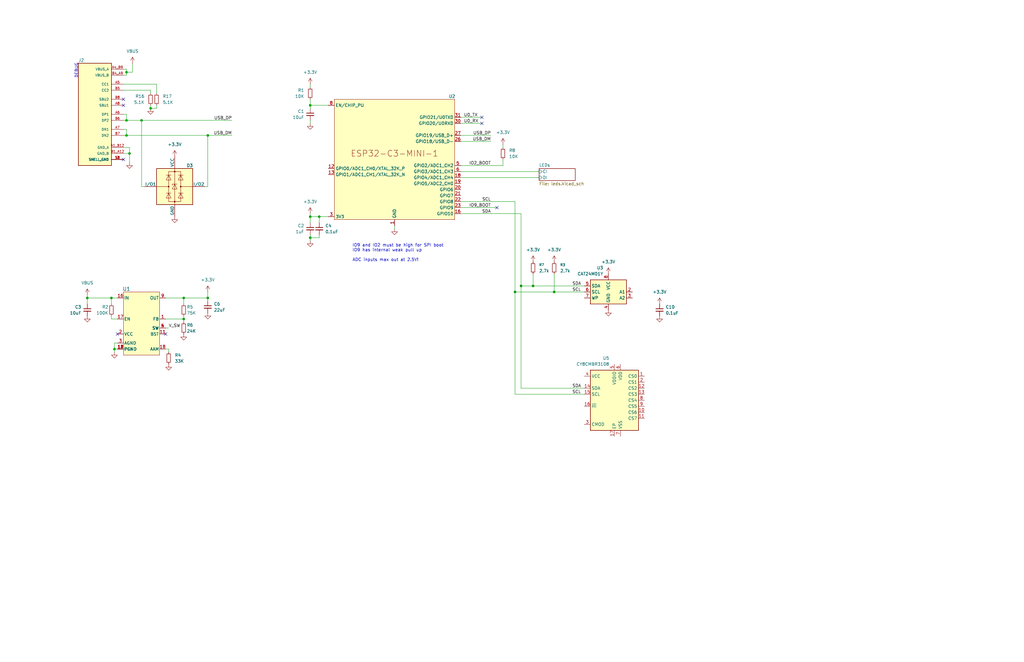
<source format=kicad_sch>
(kicad_sch (version 20250114) (generator "eeschema") (generator_version "9.0")
  (paper "B")
  (title_block (date "2025-12-14") (rev "1"))
  (lib_symbols
    (symbol "Device:C_Small" (pin_numbers (hide yes)) (pin_names (offset 0.254) (hide yes))
      (property "Reference" "C" (at 0.254 1.778 0))
      (property "Value" "C_Small" (at 0.254 -2.032 0))
      (symbol "C_Small_0_1"
        (polyline (pts (xy -1.524 0.508) (xy 1.524 0.508)) (stroke (width 0.3048)))
        (polyline (pts (xy -1.524 -0.508) (xy 1.524 -0.508)) (stroke (width 0.3302)))
      )
      (symbol "C_Small_1_1"
        (pin passive line (at 0 2.54 270) (length 2.032) (name "~") (number "1"))
        (pin passive line (at 0 -2.54 90) (length 2.032) (name "~") (number "2"))
      )
    )
    (symbol "Device:R_Small" (pin_numbers (hide yes)) (pin_names (offset 0.254) (hide yes))
      (property "Reference" "R" (at 0.762 0.508 0))
      (property "Value" "R_Small" (at 0.762 -1.016 0))
      (symbol "R_Small_0_1"
        (rectangle (start -0.762 1.778) (end 0.762 -1.778) (stroke (width 0.2032)))
      )
      (symbol "R_Small_1_1"
        (pin passive line (at 0 2.54 270) (length 0.762) (name "~") (number "1"))
        (pin passive line (at 0 -2.54 90) (length 0.762) (name "~") (number "2"))
      )
    )
    (symbol "MPM3606A:MPM3606AGQV-P" (pin_names (offset 0.254))
      (property "Reference" "U9" (at 8.89 3.81 0))
      (symbol "MPM3606AGQV-P_0_1"
        (pin power_in line (at 5.08 0 0) (length 2.54) (name "IN") (number "16"))
        (pin unspecified line (at 5.08 -8.89 0) (length 2.54) (name "EN") (number "17"))
        (pin power_in line (at 5.08 -15.24 0) (length 2.54) (name "VCC") (number "2"))
        (pin input line (at 25.4 -8.89 180) (length 2.54) (name "FB") (number "1"))
        (pin output line (at 25.4 -12.7 180) (length 2.54) (name "SW") (number "4"))
        (pin output line (at 25.4 -12.7 180) (length 2.54) (name "SW") (number "5"))
        (pin output line (at 25.4 -12.7 180) (length 2.54) (name "SW") (number "6"))
        (pin unspecified line (at 25.4 -15.24 180) (length 2.54) (name "BST") (number "11"))
      )
      (symbol "MPM3606AGQV-P_1_1"
        (rectangle (start 7.62 2.54) (end 22.86 -24.13) (fill (type background)))
        (pin power_in line (at 5.08 -19.05 0) (length 2.54) (name "AGND") (number "3"))
        (pin power_in line (at 5.08 -21.59 0) (length 2.54) (name "PGND") (number "12"))
        (pin power_in line (at 5.08 -21.59 0) (length 2.54) (name "PGND") (number "13"))
        (pin power_in line (at 5.08 -21.59 0) (length 2.54) (name "PGND") (number "14"))
        (pin no_connect line (at 17.78 -2.54 180) (length 2.54) (hide yes) (name "NC") (number "20"))
        (pin no_connect line (at 17.78 -5.08 180) (length 2.54) (hide yes) (name "NC") (number "19"))
        (pin no_connect line (at 17.78 -7.62 180) (length 2.54) (hide yes) (name "NC") (number "10"))
        (pin no_connect line (at 17.78 -10.16 180) (length 2.54) (hide yes) (name "NC") (number "15"))
        (pin passive line (at 25.4 0 180) (length 2.54) (hide yes) (name "OUT") (number "7"))
        (pin passive line (at 25.4 0 180) (length 2.54) (hide yes) (name "OUT") (number "8"))
        (pin power_out line (at 25.4 0 180) (length 2.54) (name "OUT") (number "9"))
        (pin output line (at 25.4 -21.59 180) (length 2.54) (name "AAM") (number "18"))
      )
    )
    (symbol "Memory_EEPROM:CAT24M01Y"
      (property "Reference" "U" (at 2.54 8.89 0))
      (property "Value" "CAT24M01Y" (at 6.35 6.35 0))
      (symbol "CAT24M01Y_1_1"
        (rectangle (start -7.62 5.08) (end 7.62 -5.08) (stroke (width 0.254)) (fill (type background)))
        (pin input line (at -10.16 0 0) (length 2.54) (name "A1") (number "2"))
        (pin input line (at -10.16 -2.54 0) (length 2.54) (name "A2") (number "3"))
        (pin no_connect line (at -7.62 2.54 0) (length 2.54) (hide yes) (name "NC") (number "1"))
        (pin power_in line (at 0 7.62 270) (length 2.54) (name "VCC") (number "8"))
        (pin power_in line (at 0 -7.62 90) (length 2.54) (name "GND") (number "4"))
        (pin bidirectional line (at 10.16 2.54 180) (length 2.54) (name "SDA") (number "5"))
        (pin input line (at 10.16 0 180) (length 2.54) (name "SCL") (number "6"))
        (pin input line (at 10.16 -2.54 180) (length 2.54) (name "WP") (number "7"))
      )
    )
    (symbol "PCM_Espressif:ESP32-C3-MINI-1"
      (property "Reference" "U2" (at 22.86 26.67 0))
      (symbol "ESP32-C3-MINI-1_0_0"
        (text "ESP32-C3-MINI-1" (at 0 2.54 0) (effects (font (size 2.54 2.54))))
      )
      (symbol "ESP32-C3-MINI-1_0_1"
        (rectangle (start -25.4 25.4) (end 25.4 -25.4) (fill (type background)))
      )
      (symbol "ESP32-C3-MINI-1_1_1"
        (pin input line (at -27.94 22.86 0) (length 2.54) (name "EN/CHIP_PU") (number "8"))
        (pin no_connect line (at -27.94 20.32 0) (length 2.54) (hide yes) (name "NC") (number "9"))
        (pin no_connect line (at -27.94 17.78 0) (length 2.54) (hide yes) (name "NC") (number "10"))
        (pin no_connect line (at -27.94 15.24 0) (length 2.54) (hide yes) (name "NC") (number "15"))
        (pin no_connect line (at -27.94 12.7 0) (length 2.54) (hide yes) (name "NC") (number "24"))
        (pin no_connect line (at -27.94 10.16 0) (length 2.54) (hide yes) (name "NC") (number "25"))
        (pin bidirectional line (at -27.94 -3.81 0) (length 2.54) (name "GPIO0/ADC1_CH0/XTAL_32K_P") (number "12"))
        (pin bidirectional line (at -27.94 -6.35 0) (length 2.54) (name "GPIO1/ADC1_CH1/XTAL_32K_N") (number "13"))
        (pin power_in line (at -27.94 -24.13 0) (length 2.54) (name "3V3") (number "3"))
        (pin no_connect line (at -25.4 -10.16 0) (length 2.54) (hide yes) (name "NC") (number "28"))
        (pin no_connect line (at -25.4 -12.7 0) (length 2.54) (hide yes) (name "NC") (number "29"))
        (pin no_connect line (at -25.4 -15.24 0) (length 2.54) (hide yes) (name "NC") (number "32"))
        (pin no_connect line (at -25.4 -17.78 0) (length 2.54) (hide yes) (name "NC") (number "33"))
        (pin no_connect line (at -25.4 -20.32 0) (length 2.54) (hide yes) (name "NC") (number "34"))
        (pin no_connect line (at -25.4 -22.86 0) (length 2.54) (hide yes) (name "NC") (number "35"))
        (pin no_connect line (at -13.97 -24.13 90) (length 2.54) (hide yes) (name "NC") (number "4"))
        (pin no_connect line (at -10.16 -24.13 90) (length 2.54) (hide yes) (name "NC") (number "7"))
        (pin no_connect line (at -5.08 -24.13 90) (length 2.54) (hide yes) (name "NC") (number "17"))
        (pin power_in line (at 0 -27.94 90) (length 2.54) (name "GND") (number "1"))
        (pin passive line (at 0 -27.94 90) (length 2.54) (hide yes) (name "GND") (number "11"))
        (pin passive line (at 0 -27.94 90) (length 2.54) (hide yes) (name "GND") (number "14"))
        (pin passive line (at 0 -27.94 90) (length 2.54) (hide yes) (name "GND") (number "2"))
        (pin passive line (at 0 -27.94 90) (length 2.54) (hide yes) (name "GND") (number "36"))
        (pin passive line (at 0 -27.94 90) (length 2.54) (hide yes) (name "GND") (number "37"))
        (pin passive line (at 0 -27.94 90) (length 2.54) (hide yes) (name "GND") (number "38"))
        (pin passive line (at 0 -27.94 90) (length 2.54) (hide yes) (name "GND") (number "39"))
        (pin passive line (at 0 -27.94 90) (length 2.54) (hide yes) (name "GND") (number "40"))
        (pin passive line (at 0 -27.94 90) (length 2.54) (hide yes) (name "GND") (number "41"))
        (pin passive line (at 0 -27.94 90) (length 2.54) (hide yes) (name "GND") (number "42"))
        (pin passive line (at 0 -27.94 90) (length 2.54) (hide yes) (name "GND") (number "43"))
        (pin passive line (at 0 -27.94 90) (length 2.54) (hide yes) (name "GND") (number "44"))
        (pin passive line (at 0 -27.94 90) (length 2.54) (hide yes) (name "GND") (number "45"))
        (pin passive line (at 0 -27.94 90) (length 2.54) (hide yes) (name "GND") (number "46"))
        (pin passive line (at 0 -27.94 90) (length 2.54) (hide yes) (name "GND") (number "47"))
        (pin passive line (at 0 -27.94 90) (length 2.54) (hide yes) (name "GND") (number "48"))
        (pin passive line (at 0 -27.94 90) (length 2.54) (hide yes) (name "GND") (number "49"))
        (pin passive line (at 0 -27.94 90) (length 2.54) (hide yes) (name "GND") (number "50"))
        (pin passive line (at 0 -27.94 90) (length 2.54) (hide yes) (name "GND") (number "51"))
        (pin passive line (at 0 -27.94 90) (length 2.54) (hide yes) (name "GND") (number "52"))
        (pin passive line (at 0 -27.94 90) (length 2.54) (hide yes) (name "GND") (number "53"))
        (pin bidirectional line (at 27.94 17.78 180) (length 2.54) (name "GPIO21/U0TXD") (number "31"))
        (pin bidirectional line (at 27.94 15.24 180) (length 2.54) (name "GPIO20/U0RXD") (number "30"))
        (pin bidirectional line (at 27.94 10.16 180) (length 2.54) (name "GPIO19/USB_D+") (number "27"))
        (pin bidirectional line (at 27.94 7.62 180) (length 2.54) (name "GPIO18/USB_D-") (number "26"))
        (pin bidirectional line (at 27.94 -2.54 180) (length 2.54) (name "GPIO2/ADC1_CH2") (number "5"))
        (pin bidirectional line (at 27.94 -5.08 180) (length 2.54) (name "GPIO3/ADC1_CH3") (number "6"))
        (pin bidirectional line (at 27.94 -7.62 180) (length 2.54) (name "GPIO4/ADC1_CH4") (number "18"))
        (pin bidirectional line (at 27.94 -10.16 180) (length 2.54) (name "GPIO5/ADC2_CH0") (number "19"))
        (pin bidirectional line (at 27.94 -12.7 180) (length 2.54) (name "GPIO6") (number "20"))
        (pin bidirectional line (at 27.94 -15.24 180) (length 2.54) (name "GPIO7") (number "21"))
        (pin bidirectional line (at 27.94 -17.78 180) (length 2.54) (name "GPIO8") (number "22"))
        (pin bidirectional line (at 27.94 -20.32 180) (length 2.54) (name "GPIO9") (number "23"))
        (pin bidirectional line (at 27.94 -22.86 180) (length 2.54) (name "GPIO10") (number "16"))
      )
    )
    (symbol "Power_Protection:PRTR5V0U2X" (pin_numbers (hide yes)) (pin_names (offset 0))
      (property "Reference" "D" (at 2.794 8.636 0))
      (property "Value" "PRTR5V0U2X" (at 8.128 -9.398 0))
      (symbol "PRTR5V0U2X_0_1"
        (rectangle (start -7.62 -7.62) (end 7.62 7.62) (stroke (width 0.254)) (fill (type background)))
        (polyline (pts (xy -3.556 2.794) (xy -1.524 2.794) (xy -2.54 4.826) (xy -3.556 2.794)))
        (polyline (pts (xy -3.556 -4.826) (xy -1.524 -4.826) (xy -2.54 -2.794) (xy -3.556 -4.826)))
        (rectangle (start -2.54 6.35) (end 2.54 -6.35))
        (circle (center -2.54 0) (radius 0.254) (fill (type outline)))
        (polyline (pts (xy -2.54 0) (xy -7.62 0)))
        (polyline (pts (xy -1.524 4.826) (xy -3.556 4.826)))
        (polyline (pts (xy -1.524 -2.794) (xy -3.556 -2.794)))
        (polyline (pts (xy -1.016 -1.016) (xy 1.016 -1.016) (xy 0 1.016) (xy -1.016 -1.016)))
        (circle (center 0 6.35) (radius 0.254) (fill (type outline)))
        (circle (center 0 -6.35) (radius 0.254) (fill (type outline)))
        (polyline (pts (xy 0 -7.62) (xy 0 7.62)))
        (polyline (pts (xy 1.016 1.016) (xy -1.016 1.016) (xy -1.016 0.508)))
        (polyline (pts (xy 1.524 4.826) (xy 3.556 4.826)))
        (polyline (pts (xy 1.524 -2.794) (xy 3.556 -2.794)))
        (polyline (pts (xy 2.54 0) (xy 7.62 0)))
        (circle (center 2.54 0) (radius 0.254) (fill (type outline)))
        (polyline (pts (xy 3.556 2.794) (xy 1.524 2.794) (xy 2.54 4.826) (xy 3.556 2.794)))
        (polyline (pts (xy 3.556 -4.826) (xy 1.524 -4.826) (xy 2.54 -2.794) (xy 3.556 -4.826)))
      )
      (symbol "PRTR5V0U2X_1_1"
        (pin passive line (at -12.7 0 0) (length 5.08) (name "I/O1") (number "2"))
        (pin passive line (at 0 12.7 270) (length 5.08) (name "VCC") (number "4"))
        (pin passive line (at 0 -12.7 90) (length 5.08) (name "GND") (number "1"))
        (pin passive line (at 12.7 0 180) (length 5.08) (name "I/O2") (number "3"))
      )
    )
    (symbol "R_Small_1" (pin_numbers (hide yes)) (pin_names (offset 0.254) (hide yes))
      (property "Reference" "R" (at 0 0 90))
      (property "Value" "R_Small" (at 1.778 0 90))
      (symbol "R_Small_1_0_1"
        (rectangle (start -0.762 1.778) (end 0.762 -1.778) (stroke (width 0.2032)))
      )
      (symbol "R_Small_1_1_1"
        (pin passive line (at 0 2.54 270) (length 0.762) (name "~") (number "1"))
        (pin passive line (at 0 -2.54 90) (length 0.762) (name "~") (number "2"))
      )
    )
    (symbol "Sensor_Touch:CY8CMBR3108"
      (property "Reference" "U" (at -10.16 13.97 0))
      (property "Value" "CY8CMBR3108" (at 1.27 13.97 0))
      (symbol "CY8CMBR3108_0_1"
        (rectangle (start -10.16 12.7) (end 10.16 -12.7) (stroke (width 0.254)) (fill (type background)))
      )
      (symbol "CY8CMBR3108_1_1"
        (pin passive line (at -12.7 10.16 0) (length 2.54) (name "CS0") (number "1"))
        (pin passive line (at -12.7 7.62 0) (length 2.54) (name "CS1") (number "2"))
        (pin passive line (at -12.7 5.08 0) (length 2.54) (name "CS2") (number "12"))
        (pin passive line (at -12.7 2.54 0) (length 2.54) (name "CS3") (number "13"))
        (pin passive line (at -12.7 0 0) (length 2.54) (name "CS4") (number "8"))
        (pin passive line (at -12.7 -2.54 0) (length 2.54) (name "CS5") (number "9"))
        (pin passive line (at -12.7 -5.08 0) (length 2.54) (name "CS6") (number "10"))
        (pin passive line (at -12.7 -7.62 0) (length 2.54) (name "CS7") (number "11"))
        (pin power_in line (at -2.54 15.24 270) (length 2.54) (name "VDD") (number "6"))
        (pin power_in line (at -2.54 -15.24 90) (length 2.54) (name "VSS") (number "7"))
        (pin power_in line (at 0 15.24 270) (length 2.54) (name "VDDIO") (number "5"))
        (pin passive line (at 0 -15.24 90) (length 2.54) (name "EP") (number "17"))
        (pin passive line (at 12.7 10.16 180) (length 2.54) (name "VCC") (number "4"))
        (pin bidirectional line (at 12.7 5.08 180) (length 2.54) (name "SDA") (number "14"))
        (pin input line (at 12.7 2.54 180) (length 2.54) (name "SCL") (number "15"))
        (pin bidirectional line (at 12.7 -2.54 180) (length 2.54) (name "~{HI}") (number "16"))
        (pin passive line (at 12.7 -10.16 180) (length 2.54) (name "CMOD") (number "3"))
      )
    )
    (symbol "USB4505-03-0-A_REVA_1" (pin_names (offset 1.016))
      (property "Reference" "J2" (at 0 16.51 0))
      (symbol "USB4505-03-0-A_REVA_1_0_0"
        (rectangle (start -1.27 15.24) (end 12.7 -27.94) (stroke (width 0.254)) (fill (type background)))
        (pin bidirectional line (at 17.78 6.35 180) (length 5.08) (name "CC1") (number "A5"))
        (pin bidirectional line (at 17.78 3.81 180) (length 5.08) (name "CC2") (number "B5"))
        (pin bidirectional line (at 17.78 0 180) (length 5.08) (name "SBU2") (number "B8"))
        (pin bidirectional line (at 17.78 -2.54 180) (length 5.08) (name "SBU1") (number "A8"))
        (pin bidirectional line (at 17.78 -6.35 180) (length 5.08) (name "DP1") (number "A6"))
        (pin bidirectional line (at 17.78 -8.89 180) (length 5.08) (name "DP2") (number "B6"))
        (pin bidirectional line (at 17.78 -12.7 180) (length 5.08) (name "DN1") (number "A7"))
        (pin bidirectional line (at 17.78 -15.24 180) (length 5.08) (name "DN2") (number "B7"))
        (pin unspecified line (at 17.78 -20.32 180) (length 5.08) (name "GND_A") (number "A1_B12"))
        (pin unspecified line (at 17.78 -22.86 180) (length 5.08) (name "GND_B") (number "B1_A12"))
        (pin power_in line (at 17.78 -25.4 180) (length 5.08) (name "SHELL_GND") (number "S1"))
        (pin power_in line (at 17.78 -25.4 180) (length 5.08) (name "SHELL_GND") (number "S2"))
        (pin power_in line (at 17.78 -25.4 180) (length 5.08) (name "SHELL_GND") (number "S3"))
        (pin power_in line (at 17.78 -25.4 180) (length 5.08) (name "SHELL_GND") (number "S4"))
      )
      (symbol "USB4505-03-0-A_REVA_1_1_0"
        (pin unspecified line (at 17.78 12.7 180) (length 5.08) (name "VBUS_A") (number "A4_B9"))
        (pin unspecified line (at 17.78 10.16 180) (length 5.08) (name "VBUS_B") (number "B4_A9"))
      )
    )
    (symbol "VBUS_1" (power) (pin_numbers (hide yes)) (pin_names (offset 0) (hide yes))
      (property "Value" "VBUS" (at 0 3.556 0))
      (symbol "VBUS_1_0_1"
        (polyline (pts (xy -0.762 1.27) (xy 0 2.54)))
        (polyline (pts (xy 0 2.54) (xy 0.762 1.27)))
        (polyline (pts (xy 0 0) (xy 0 2.54)))
      )
      (symbol "VBUS_1_1_1"
        (pin power_in line (at 0 0 90) (length 0) (name "~") (number "1"))
      )
    )
    (symbol "power:+3.3V" (power) (pin_names (offset 0))
      (property "Value" "+3.3V" (at 0 3.556 0))
      (symbol "+3.3V_0_1"
        (polyline (pts (xy -0.762 1.27) (xy 0 2.54)))
        (polyline (pts (xy 0 2.54) (xy 0.762 1.27)))
        (polyline (pts (xy 0 0) (xy 0 2.54)))
      )
      (symbol "+3.3V_1_1"
        (pin power_in line (at 0 0 90) (length 0) (hide yes) (name "+3.3V") (number "1"))
      )
    )
    (symbol "power:GND" (power) (pin_names (offset 0))
      (property "Value" "GND" (at 0 -3.81 0))
      (symbol "GND_0_1"
        (polyline (pts (xy 0 0) (xy 0 -1.27) (xy 1.27 -1.27) (xy 0 -2.54) (xy -1.27 -1.27) (xy 0 -1.27)))
      )
      (symbol "GND_1_1"
        (pin power_in line (at 0 0 270) (length 0) (hide yes) (name "GND") (number "1"))
      )
    )
    (symbol "power:VBUS" (power) (pin_names (offset 0))
      (property "Value" "VBUS" (at 0 3.81 0))
      (symbol "VBUS_0_1"
        (polyline (pts (xy -0.762 1.27) (xy 0 2.54)))
        (polyline (pts (xy 0 2.54) (xy 0.762 1.27)))
        (polyline (pts (xy 0 0) (xy 0 2.54)))
      )
      (symbol "VBUS_1_1"
        (pin power_in line (at 0 0 90) (length 0) (hide yes) (name "VBUS") (number "1"))
      )
    )
  )
  (text "DEBUG" (at 33.02 33.02 90) (effects (font (size 1.27 1.27)) (justify left bottom)))
  (text "IO9 and IO2 must be high for SPI boot\nIO9 has internal weak pull up\n\nADC inputs max out at 2.5V!" (at 148.59 110.49 0) (effects (font (size 1.27 1.27)) (justify left bottom)))
  (junction (at 134.62 91.44))
  (junction (at 130.81 44.45))
  (junction (at 130.81 100.33))
  (junction (at 87.63 125.73))
  (junction (at 233.68 123.19))
  (junction (at 36.83 125.73))
  (junction (at 53.34 57.15))
  (junction (at 63.5 45.72))
  (junction (at 217.17 123.19))
  (junction (at 77.47 134.62))
  (junction (at 59.69 50.8))
  (junction (at 77.47 125.73))
  (junction (at 53.34 50.8))
  (junction (at 53.34 30.48))
  (junction (at 87.63 57.15))
  (junction (at 130.81 91.44))
  (junction (at 219.71 120.65))
  (junction (at 48.26 147.32))
  (junction (at 54.61 64.77))
  (junction (at 224.79 120.65))
  (junction (at 46.99 125.73))
  (no_connect (at 203.2 52.07))
  (no_connect (at 52.07 67.31))
  (no_connect (at 52.07 41.91))
  (no_connect (at 69.85 140.97))
  (no_connect (at 52.07 44.45))
  (no_connect (at 209.55 87.63))
  (no_connect (at 203.2 49.53))
  (no_connect (at 49.53 140.97))
  (wire (pts (xy 194.31 69.85) (xy 212.09 69.85)))
  (wire (pts (xy 63.5 38.1) (xy 63.5 39.37)))
  (wire (pts (xy 194.31 72.39) (xy 227.33 72.39)))
  (wire (pts (xy 59.69 50.8) (xy 59.69 78.74)))
  (wire (pts (xy 55.88 30.48) (xy 55.88 26.67)))
  (wire (pts (xy 53.34 48.26) (xy 53.34 50.8)))
  (wire (pts (xy 219.71 120.65) (xy 224.79 120.65)))
  (wire (pts (xy 233.68 123.19) (xy 246.38 123.19)))
  (wire (pts (xy 46.99 125.73) (xy 46.99 128.27)))
  (wire (pts (xy 36.83 124.46) (xy 36.83 125.73)))
  (wire (pts (xy 53.34 50.8) (xy 59.69 50.8)))
  (wire (pts (xy 194.31 90.17) (xy 219.71 90.17)))
  (wire (pts (xy 77.47 125.73) (xy 77.47 128.27)))
  (wire (pts (xy 52.07 35.56) (xy 66.04 35.56)))
  (wire (pts (xy 69.85 147.32) (xy 71.12 147.32)))
  (wire (pts (xy 36.83 125.73) (xy 46.99 125.73)))
  (wire (pts (xy 69.85 138.43) (xy 71.12 138.43)))
  (wire (pts (xy 194.31 87.63) (xy 209.55 87.63)))
  (wire (pts (xy 66.04 45.72) (xy 66.04 44.45)))
  (wire (pts (xy 130.81 90.17) (xy 130.81 91.44)))
  (wire (pts (xy 69.85 125.73) (xy 77.47 125.73)))
  (wire (pts (xy 52.07 48.26) (xy 53.34 48.26)))
  (wire (pts (xy 77.47 125.73) (xy 87.63 125.73)))
  (wire (pts (xy 46.99 133.35) (xy 46.99 134.62)))
  (wire (pts (xy 130.81 100.33) (xy 134.62 100.33)))
  (wire (pts (xy 224.79 120.65) (xy 246.38 120.65)))
  (wire (pts (xy 86.36 78.74) (xy 87.63 78.74)))
  (wire (pts (xy 87.63 57.15) (xy 97.79 57.15)))
  (wire (pts (xy 134.62 91.44) (xy 138.43 91.44)))
  (wire (pts (xy 224.79 115.57) (xy 224.79 120.65)))
  (wire (pts (xy 69.85 134.62) (xy 77.47 134.62)))
  (wire (pts (xy 63.5 44.45) (xy 63.5 45.72)))
  (wire (pts (xy 48.26 147.32) (xy 48.26 148.59)))
  (wire (pts (xy 54.61 64.77) (xy 54.61 68.58)))
  (wire (pts (xy 87.63 78.74) (xy 87.63 57.15)))
  (wire (pts (xy 87.63 125.73) (xy 87.63 127)))
  (wire (pts (xy 77.47 133.35) (xy 77.47 134.62)))
  (wire (pts (xy 130.81 35.56) (xy 130.81 36.83)))
  (wire (pts (xy 166.37 95.25) (xy 166.37 96.52)))
  (wire (pts (xy 212.09 60.96) (xy 212.09 62.23)))
  (wire (pts (xy 52.07 31.75) (xy 53.34 31.75)))
  (wire (pts (xy 212.09 69.85) (xy 212.09 67.31)))
  (wire (pts (xy 233.68 115.57) (xy 233.68 123.19)))
  (wire (pts (xy 130.81 93.98) (xy 130.81 91.44)))
  (wire (pts (xy 217.17 85.09) (xy 217.17 123.19)))
  (wire (pts (xy 134.62 99.06) (xy 134.62 100.33)))
  (wire (pts (xy 46.99 134.62) (xy 49.53 134.62)))
  (wire (pts (xy 52.07 38.1) (xy 63.5 38.1)))
  (wire (pts (xy 77.47 134.62) (xy 77.47 135.89)))
  (wire (pts (xy 130.81 99.06) (xy 130.81 100.33)))
  (wire (pts (xy 87.63 123.19) (xy 87.63 125.73)))
  (wire (pts (xy 66.04 35.56) (xy 66.04 39.37)))
  (wire (pts (xy 53.34 57.15) (xy 53.34 54.61)))
  (wire (pts (xy 130.81 44.45) (xy 138.43 44.45)))
  (wire (pts (xy 53.34 57.15) (xy 87.63 57.15)))
  (wire (pts (xy 217.17 166.37) (xy 246.38 166.37)))
  (wire (pts (xy 49.53 144.78) (xy 48.26 144.78)))
  (wire (pts (xy 219.71 163.83) (xy 219.71 120.65)))
  (wire (pts (xy 48.26 147.32) (xy 49.53 147.32)))
  (wire (pts (xy 194.31 57.15) (xy 207.01 57.15)))
  (wire (pts (xy 52.07 54.61) (xy 53.34 54.61)))
  (wire (pts (xy 246.38 163.83) (xy 219.71 163.83)))
  (wire (pts (xy 194.31 52.07) (xy 203.2 52.07)))
  (wire (pts (xy 71.12 147.32) (xy 71.12 148.59)))
  (wire (pts (xy 194.31 59.69) (xy 207.01 59.69)))
  (wire (pts (xy 130.81 91.44) (xy 134.62 91.44)))
  (wire (pts (xy 194.31 85.09) (xy 217.17 85.09)))
  (wire (pts (xy 60.96 78.74) (xy 59.69 78.74)))
  (wire (pts (xy 48.26 144.78) (xy 48.26 147.32)))
  (wire (pts (xy 52.07 29.21) (xy 53.34 29.21)))
  (wire (pts (xy 219.71 120.65) (xy 219.71 90.17)))
  (wire (pts (xy 217.17 123.19) (xy 217.17 166.37)))
  (wire (pts (xy 54.61 62.23) (xy 54.61 64.77)))
  (wire (pts (xy 217.17 123.19) (xy 233.68 123.19)))
  (wire (pts (xy 52.07 57.15) (xy 53.34 57.15)))
  (wire (pts (xy 53.34 29.21) (xy 53.34 30.48)))
  (wire (pts (xy 194.31 74.93) (xy 227.33 74.93)))
  (wire (pts (xy 36.83 125.73) (xy 36.83 128.27)))
  (wire (pts (xy 53.34 30.48) (xy 55.88 30.48)))
  (wire (pts (xy 59.69 50.8) (xy 97.79 50.8)))
  (wire (pts (xy 130.81 100.33) (xy 130.81 101.6)))
  (wire (pts (xy 130.81 44.45) (xy 130.81 45.72)))
  (wire (pts (xy 130.81 41.91) (xy 130.81 44.45)))
  (wire (pts (xy 63.5 45.72) (xy 66.04 45.72)))
  (wire (pts (xy 130.81 50.8) (xy 130.81 52.07)))
  (wire (pts (xy 52.07 64.77) (xy 54.61 64.77)))
  (wire (pts (xy 194.31 49.53) (xy 203.2 49.53)))
  (wire (pts (xy 134.62 93.98) (xy 134.62 91.44)))
  (wire (pts (xy 52.07 50.8) (xy 53.34 50.8)))
  (wire (pts (xy 53.34 30.48) (xy 53.34 31.75)))
  (wire (pts (xy 52.07 62.23) (xy 54.61 62.23)))
  (wire (pts (xy 46.99 125.73) (xy 49.53 125.73)))
  (label "USB_DM" (at 207.01 59.69 180))
  (label "SCL" (at 241.3 166.37 0))
  (label "SCL" (at 241.3 123.19 0))
  (label "SDA" (at 241.3 163.83 0))
  (label "IO2_BOOT" (at 207.01 69.85 180))
  (label "SDA" (at 207.01 90.17 180))
  (label "U0_RX" (at 195.58 52.07 0))
  (label "USB_DM" (at 97.79 57.15 180))
  (label "USB_DP" (at 97.79 50.8 180))
  (label "SCL" (at 207.01 85.09 180))
  (label "USB_DP" (at 207.01 57.15 180))
  (label "IO9_BOOT" (at 207.01 87.63 180))
  (label "SDA" (at 241.3 120.65 0))
  (label "V_SW" (at 71.12 138.43 0))
  (label "U0_TX" (at 195.58 49.53 0))
  (symbol (lib_id "power:+3.3V") (at 130.81 35.56 0) (unit 1)
    (property "Reference" "#PWR01" (effects (hide yes)))
    (property "Value" "+3.3V" (at 130.81 30.48 0))
  )
  (symbol (lib_id "power:+3.3V") (at 212.09 60.96 0) (unit 1)
    (property "Reference" "#PWR021" (effects (hide yes)))
    (property "Value" "+3.3V" (at 212.09 55.88 0))
  )
  (symbol (lib_id "Device:R_Small") (at 71.12 151.13 0) (unit 1)
    (property "Reference" "R4" (at 73.66 149.86 0) (effects (justify left)))
    (property "Value" "33K" (at 73.66 152.4 0) (effects (justify left)))
    (property "Footprint" "Resistor_SMD:R_0603_1608Metric" (effects (hide yes)))
    (property "MPN" "RMCF0603FT33K0" (effects (hide yes)))
  )
  (symbol (lib_id "power:GND") (at 256.54 130.81 0) (mirror y) (unit 1)
    (property "Reference" "#PWR044" (effects (hide yes)))
    (property "Value" "GND" (effects (hide yes)))
  )
  (symbol (lib_id "power:GND") (at 77.47 140.97 0) (unit 1)
    (property "Reference" "#PWR014" (effects (hide yes)))
    (property "Value" "GND" (effects (hide yes)))
  )
  (symbol (lib_id "Memory_EEPROM:CAT24M01Y") (at 256.54 123.19 0) (mirror y) (unit 1)
    (property "Reference" "U3" (at 254.3967 113.03 0) (effects (justify left)))
    (property "Value" "CAT24M01Y" (at 254.3967 115.57 0) (effects (justify left)))
    (property "Footprint" "Package_SO:TSSOP-8_4.4x3mm_P0.65mm" (effects (hide yes)))
    (property "Datasheet" "https://www.onsemi.com/pub/Collateral/CAT24M01-D.PDF" (effects (hide yes)))
    (property "Description" "1 Mb I2C CMOS Serial EEPROM, TSSOP-8" (effects (hide yes)))
  )
  (symbol (lib_id "Device:R_Small") (at 77.47 130.81 0) (unit 1)
    (property "Reference" "R5" (at 78.74 129.54 0) (effects (justify left)))
    (property "Value" "75K" (at 78.74 132.08 0) (effects (justify left)))
    (property "Footprint" "Resistor_SMD:R_0603_1608Metric" (effects (hide yes)))
    (property "MPN" "RC0603FR-0775KL" (effects (hide yes)))
  )
  (symbol (lib_id "Device:R_Small") (at 66.04 41.91 0) (unit 1)
    (property "Reference" "R17" (at 68.58 40.64 0) (effects (justify left)))
    (property "Value" "5.1K" (at 68.58 43.18 0) (effects (justify left)))
    (property "Footprint" "Resistor_SMD:R_0603_1608Metric" (effects (hide yes)))
    (property "MPN" "RC0603FR-075K1L" (effects (hide yes)))
  )
  (symbol (lib_id "Device:C_Small") (at 134.62 96.52 0) (mirror y) (unit 1)
    (property "Reference" "C4" (at 137.16 95.2563 0) (effects (justify right)))
    (property "Value" "0.1uF" (at 137.16 97.7963 0) (effects (justify right)))
    (property "Footprint" "Capacitor_SMD:C_0603_1608Metric" (effects (hide yes)))
    (property "MPN" "CL10B104KB8NNNC" (effects (hide yes)))
  )
  (symbol (lib_id "power:GND") (at 166.37 96.52 0) (unit 1)
    (property "Reference" "#PWR09" (effects (hide yes)))
    (property "Value" "GND" (effects (hide yes)))
  )
  (symbol (lib_id "Device:R_Small") (at 63.5 41.91 0) (mirror y) (unit 1)
    (property "Reference" "R16" (at 60.96 40.64 0) (effects (justify left)))
    (property "Value" "5.1K" (at 60.96 43.18 0) (effects (justify left)))
    (property "Footprint" "Resistor_SMD:R_0603_1608Metric" (effects (hide yes)))
    (property "MPN" "RC0603FR-075K1L" (effects (hide yes)))
  )
  (symbol (lib_id "MPM3606A:MPM3606AGQV-P") (at 44.45 125.73 0) (unit 1)
    (property "Reference" "U1" (at 53.34 121.92 0) (effects (font (size 1.524 1.524))))
    (property "Value" "MPM3606AGQV-P" (effects (hide yes)))
    (property "Footprint" "MPM3606A:QFN3p0x5p0x1p6_MPM3606A_MNP" (effects (hide yes)))
    (property "Datasheet" "MPM3606AGQV-P" (effects (hide yes)))
    (property "MPN" "MPM3606AGQV-P" (effects (hide yes)))
  )
  (symbol (lib_name "R_Small_1") (lib_id "Device:R_Small") (at 224.79 113.03 0) (unit 1)
    (property "Reference" "R7" (at 227.33 111.7599 0) (effects (font (size 1.016 1.016)) (justify left)))
    (property "Value" "2.7k" (at 227.33 114.2999 0) (effects (justify left)))
    (property "Description" "Resistor, small symbol" (effects (hide yes)))
  )
  (symbol (lib_id "power:GND") (at 278.13 133.35 0) (unit 1)
    (property "Reference" "#PWR042" (effects (hide yes)))
    (property "Value" "GND" (effects (hide yes)))
  )
  (symbol (lib_id "power:+3.3V") (at 256.54 115.57 0) (mirror y) (unit 1)
    (property "Reference" "#PWR043" (effects (hide yes)))
    (property "Value" "+3.3V" (at 256.54 110.49 0))
  )
  (symbol (lib_id "power:GND") (at 54.61 68.58 0) (unit 1)
    (property "Reference" "#PWR053" (effects (hide yes)))
    (property "Value" "GND" (effects (hide yes)))
  )
  (symbol (lib_id "Device:C_Small") (at 278.13 130.81 0) (mirror y) (unit 1)
    (property "Reference" "C10" (at 280.67 129.5463 0) (effects (justify right)))
    (property "Value" "0.1uF" (at 280.67 132.0863 0) (effects (justify right)))
    (property "Footprint" "Capacitor_SMD:C_0603_1608Metric" (effects (hide yes)))
    (property "MPN" "CL10B104KB8NNNC" (effects (hide yes)))
  )
  (symbol (lib_id "Power_Protection:PRTR5V0U2X") (at 73.66 78.74 0) (unit 1)
    (property "Reference" "D3" (at 80.01 69.85 0))
    (property "Value" "PRTR5V0U2X" (effects (hide yes)))
    (property "Footprint" "Package_TO_SOT_SMD:SOT-143" (effects (hide yes)))
    (property "Datasheet" "https://assets.nexperia.com/documents/data-sheet/PRTR5V0U2X.pdf" (effects (hide yes)))
    (property "MPN" "PRTR5V0U2X,215" (effects (hide yes)))
  )
  (symbol (lib_id "Device:C_Small") (at 87.63 129.54 0) (mirror y) (unit 1)
    (property "Reference" "C6" (at 90.17 128.2763 0) (effects (justify right)))
    (property "Value" "22uF" (at 90.17 130.8163 0) (effects (justify right)))
    (property "Footprint" "Capacitor_SMD:C_1206_3216Metric" (effects (hide yes)))
    (property "MPN" "CL31A226KAHNNNE" (effects (hide yes)))
  )
  (symbol (lib_id "power:+3.3V") (at 130.81 90.17 0) (unit 1)
    (property "Reference" "#PWR03" (effects (hide yes)))
    (property "Value" "+3.3V" (at 130.81 85.09 0))
  )
  (symbol (lib_id "power:+3.3V") (at 278.13 128.27 0) (unit 1)
    (property "Reference" "#PWR041" (effects (hide yes)))
    (property "Value" "+3.3V" (at 278.13 123.19 0))
  )
  (symbol (lib_id "power:GND") (at 36.83 133.35 0) (unit 1)
    (property "Reference" "#PWR06" (effects (hide yes)))
    (property "Value" "GND" (effects (hide yes)))
  )
  (symbol (lib_name "R_Small_1") (lib_id "Device:R_Small") (at 233.68 113.03 0) (unit 1)
    (property "Reference" "R3" (at 236.22 111.7599 0) (effects (font (size 1.016 1.016)) (justify left)))
    (property "Value" "2.7k" (at 236.22 114.2999 0) (effects (justify left)))
    (property "Description" "Resistor, small symbol" (effects (hide yes)))
  )
  (symbol (lib_id "power:+3.3V") (at 224.79 110.49 0) (unit 1)
    (property "Reference" "#PWR095" (effects (hide yes)))
    (property "Value" "+3.3V" (at 224.79 105.41 0))
  )
  (symbol (lib_id "power:GND") (at 63.5 45.72 0) (unit 1)
    (property "Reference" "#PWR055" (effects (hide yes)))
    (property "Value" "GND" (effects (hide yes)))
  )
  (symbol (lib_id "PCM_Espressif:ESP32-C3-MINI-1") (at 166.37 67.31 0) (unit 1)
    (property "Reference" "U2" (at 189.23 40.64 0) (effects (justify left)))
    (property "Value" "ESP32-C3-MINI-1" (effects (hide yes)))
    (property "Footprint" "PCM_Espressif:ESP32-C3-MINI-1" (effects (hide yes)))
    (property "Datasheet" "https://www.espressif.com/sites/default/files/documentation/esp32-c3-mini-1_datasheet_en.pdf" (effects (hide yes)))
    (property "MPN" "ESP32-C3-MINI-1-N4" (effects (hide yes)))
  )
  (symbol (lib_id "power:GND") (at 48.26 148.59 0) (unit 1)
    (property "Reference" "#PWR07" (effects (hide yes)))
    (property "Value" "GND" (effects (hide yes)))
  )
  (symbol (lib_id "Device:R_Small") (at 212.09 64.77 0) (unit 1)
    (property "Reference" "R8" (at 214.63 63.5 0) (effects (justify left)))
    (property "Value" "10K" (at 214.63 66.04 0) (effects (justify left)))
    (property "Footprint" "Resistor_SMD:R_0603_1608Metric" (effects (hide yes)))
    (property "MPN" "RMCF0603FT10K0" (effects (hide yes)))
  )
  (symbol (lib_id "power:GND") (at 130.81 52.07 0) (unit 1)
    (property "Reference" "#PWR02" (effects (hide yes)))
    (property "Value" "GND" (effects (hide yes)))
  )
  (symbol (lib_id "Device:R_Small") (at 46.99 130.81 0) (mirror y) (unit 1)
    (property "Reference" "R2" (at 45.72 129.54 0) (effects (justify left)))
    (property "Value" "100K" (at 45.72 132.08 0) (effects (justify left)))
    (property "Footprint" "Resistor_SMD:R_0603_1608Metric" (effects (hide yes)))
    (property "MPN" "RC0603FR-07100KL" (effects (hide yes)))
  )
  (symbol (lib_name "USB4505-03-0-A_REVA_1") (lib_id "USB4505-03-0-A_REVA:USB4505-03-0-A_REVA") (at 34.29 41.91 0) (unit 1)
    (property "Reference" "J2" (at 34.29 25.4 0))
    (property "Value" "USB4505-03-0-A" (effects (hide yes)))
    (property "Footprint" "USB4505-03-0-A_REVA:GCT_USB4505-03-0-A_REVA" (effects (hide yes)))
    (property "MPN" "USB4505-03-0-A" (effects (hide yes)))
  )
  (symbol (lib_id "Device:R_Small") (at 130.81 39.37 0) (mirror y) (unit 1)
    (property "Reference" "R1" (at 128.27 38.1 0) (effects (justify left)))
    (property "Value" "10K" (at 128.27 40.64 0) (effects (justify left)))
    (property "Footprint" "Resistor_SMD:R_0603_1608Metric" (effects (hide yes)))
    (property "MPN" "RMCF0603FT10K0" (effects (hide yes)))
  )
  (symbol (lib_id "power:GND") (at 130.81 101.6 0) (unit 1)
    (property "Reference" "#PWR04" (effects (hide yes)))
    (property "Value" "GND" (effects (hide yes)))
  )
  (symbol (lib_name "VBUS_1") (lib_id "power:VBUS") (at 55.88 26.67 0) (unit 1)
    (property "Reference" "#PWR08" (effects (hide yes)))
    (property "Value" "VBUS" (at 55.88 21.59 0))
    (property "Description" "Power symbol creates a global label with name \"VBUS\"" (effects (hide yes)))
  )
  (symbol (lib_id "power:GND") (at 71.12 153.67 0) (unit 1)
    (property "Reference" "#PWR012" (effects (hide yes)))
    (property "Value" "GND" (effects (hide yes)))
  )
  (symbol (lib_id "power:GND") (at 73.66 91.44 0) (unit 1)
    (property "Reference" "#PWR059" (effects (hide yes)))
    (property "Value" "GND" (effects (hide yes)))
  )
  (symbol (lib_id "Device:C_Small") (at 130.81 48.26 0) (unit 1)
    (property "Reference" "C1" (at 128.27 46.9963 0) (effects (justify right)))
    (property "Value" "10uF" (at 128.27 49.5363 0) (effects (justify right)))
    (property "Footprint" "Capacitor_SMD:C_1206_3216Metric" (effects (hide yes)))
    (property "MPN" "CL31A106MBHNNNE" (effects (hide yes)))
  )
  (symbol (lib_id "Device:C_Small") (at 130.81 96.52 0) (unit 1)
    (property "Reference" "C2" (at 128.27 95.2563 0) (effects (justify right)))
    (property "Value" "1uF" (at 128.27 97.7963 0) (effects (justify right)))
    (property "Footprint" "Capacitor_SMD:C_0805_2012Metric" (effects (hide yes)))
    (property "MPN" "CL21B105KAFNNNE" (effects (hide yes)))
  )
  (symbol (lib_id "Device:R_Small") (at 77.47 138.43 0) (unit 1)
    (property "Reference" "R6" (at 78.74 137.16 0) (effects (justify left)))
    (property "Value" "24K" (at 78.74 139.7 0) (effects (justify left)))
    (property "Footprint" "Resistor_SMD:R_0603_1608Metric" (effects (hide yes)))
    (property "MPN" "RC0603FR-1024KL" (effects (hide yes)))
  )
  (symbol (lib_id "power:GND") (at 87.63 132.08 0) (unit 1)
    (property "Reference" "#PWR018" (effects (hide yes)))
    (property "Value" "GND" (effects (hide yes)))
  )
  (symbol (lib_id "Sensor_Touch:CY8CMBR3108") (at 259.08 168.91 0) (mirror y) (unit 1)
    (property "Reference" "U5" (at 256.9367 151.13 0) (effects (justify left)))
    (property "Value" "CY8CMBR3108" (at 256.9367 153.67 0) (effects (justify left)))
    (property "Footprint" "Package_DFN_QFN:QFN-16-1EP_3x3mm_P0.5mm_EP1.75x1.75mm" (effects (hide yes)))
    (property "Datasheet" "http://www.cypress.com/?docID=49119" (effects (hide yes)))
    (property "Description" "CapSense Controller, 8 Sensors, QFN-16+EP" (effects (hide yes)))
  )
  (symbol (lib_id "power:VBUS") (at 36.83 124.46 0) (unit 1)
    (property "Reference" "#PWR05" (effects (hide yes)))
    (property "Value" "VBUS" (at 36.83 119.38 0))
  )
  (symbol (lib_id "power:+3.3V") (at 233.68 110.49 0) (unit 1)
    (property "Reference" "#PWR096" (effects (hide yes)))
    (property "Value" "+3.3V" (at 233.68 105.41 0))
  )
  (symbol (lib_id "Device:C_Small") (at 36.83 130.81 0) (unit 1)
    (property "Reference" "C3" (at 34.29 129.5463 0) (effects (justify right)))
    (property "Value" "10uF" (at 34.29 132.0863 0) (effects (justify right)))
    (property "Footprint" "Capacitor_SMD:C_1206_3216Metric" (effects (hide yes)))
    (property "MPN" "CL31A106MBHNNNE" (effects (hide yes)))
  )
  (symbol (lib_id "power:+3.3V") (at 73.66 66.04 0) (unit 1)
    (property "Reference" "#PWR058" (effects (hide yes)))
    (property "Value" "+3.3V" (at 73.66 60.96 0))
  )
  (symbol (lib_id "power:+3.3V") (at 87.63 123.19 0) (unit 1)
    (property "Reference" "#PWR017" (effects (hide yes)))
    (property "Value" "+3.3V" (at 87.63 118.11 0))
  )
  (sheet (at 227.33 71.12) (size 15.24 5.08) (stroke (width 0.1524))
    (property "Sheetname" "LEDs" (at 227.33 70.4084 0) (effects (justify left bottom)))
    (property "Sheetfile" "leds.kicad_sch" (at 227.33 76.7846 0) (effects (justify left top)))
    (pin "CI" input (at 227.33 72.39 180))
    (pin "DI" input (at 227.33 74.93 180))
  )
)
</source>
